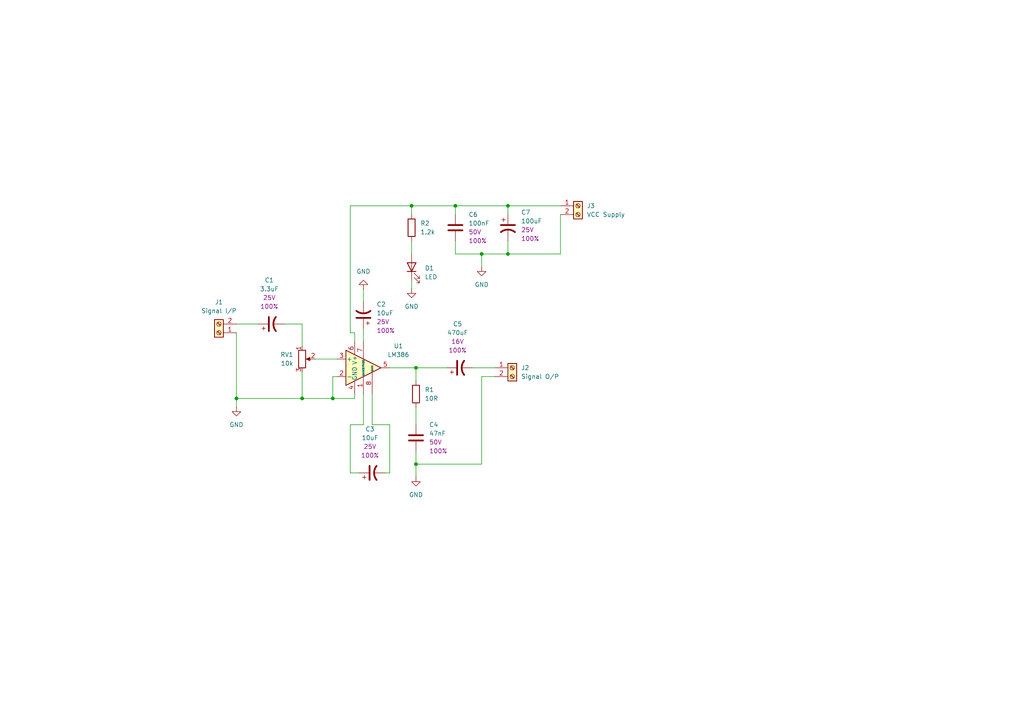
<source format=kicad_sch>
(kicad_sch (version 20231120) (generator "eeschema") (generator_version "8.0")
  (paper "A4")
  (lib_symbols
    (symbol "Amplifier_Audio:LM386" (pin_names (offset 0.127))
      (property "Reference" "U" (at 1.27 7.62 0))
      (property "Value" "LM386" (at 1.27 5.08 0))
      (symbol "LM386_0_1"
        (polyline (pts (xy 5.08 0) (xy -5.08 5.08) (xy -5.08 -5.08) (xy 5.08 0)) (stroke (width 0.254)) (fill (type background)))
      )
      (symbol "LM386_1_1"
        (pin input line (at 0 -7.62 90) (length 5.08) (name "GAIN") (number "1"))
        (pin input line (at -7.62 -2.54 0) (length 2.54) (name "-") (number "2"))
        (pin input line (at -7.62 2.54 0) (length 2.54) (name "+") (number "3"))
        (pin power_in line (at -2.54 -7.62 90) (length 3.81) (name "GND") (number "4"))
        (pin output line (at 7.62 0 180) (length 2.54) (name "~") (number "5"))
        (pin power_in line (at -2.54 7.62 270) (length 3.81) (name "V+") (number "6"))
        (pin input line (at 0 7.62 270) (length 5.08) (name "BYPASS") (number "7"))
        (pin input line (at 2.54 -7.62 90) (length 6.35) (name "GAIN") (number "8"))
      )
    )
    (symbol "Device:R" (pin_numbers hide) (pin_names (offset 0))
      (property "Reference" "R" (at 2.032 0 90))
      (property "Value" "R" (at 0 0 90))
      (symbol "R_0_1"
        (rectangle (start -1.016 -2.54) (end 1.016 2.54) (stroke (width 0.254)))
      )
      (symbol "R_1_1"
        (pin passive line (at 0 3.81 270) (length 1.27) (name "~") (number "1"))
        (pin passive line (at 0 -3.81 90) (length 1.27) (name "~") (number "2"))
      )
    )
    (symbol "Device:R_Potentiometer" (pin_names (offset 1.016) hide)
      (property "Reference" "RV" (at -4.445 0 90))
      (property "Value" "R_Potentiometer" (at -2.54 0 90))
      (symbol "R_Potentiometer_0_1"
        (polyline (pts (xy 2.54 0) (xy 1.524 0)))
        (polyline (pts (xy 1.143 0) (xy 2.286 0.508) (xy 2.286 -0.508) (xy 1.143 0)) (fill (type outline)))
        (rectangle (start 1.016 2.54) (end -1.016 -2.54) (stroke (width 0.254)))
      )
      (symbol "R_Potentiometer_1_1"
        (pin passive line (at 0 3.81 270) (length 1.27) (name "1") (number "1"))
        (pin passive line (at 3.81 0 180) (length 1.27) (name "2") (number "2"))
        (pin passive line (at 0 -3.81 90) (length 1.27) (name "3") (number "3"))
      )
    )
    (symbol "SparkFun-Capacitor:C" (pin_numbers hide) (pin_names (offset 0.254))
      (property "Reference" "C" (at 0.635 2.54 0))
      (property "Value" "C" (at 0.635 -2.54 0))
      (property "Voltage" "1kV" (at 0 -6.35 0))
      (property "Tolerance" "100%" (at 0 -8.89 0))
      (symbol "C_0_1"
        (polyline (pts (xy -2.032 -0.762) (xy 2.032 -0.762)) (stroke (width 0.508)))
        (polyline (pts (xy -2.032 0.762) (xy 2.032 0.762)) (stroke (width 0.508)))
      )
      (symbol "C_1_1"
        (pin passive line (at 0 3.81 270) (length 2.794) (name "~") (number "1"))
        (pin passive line (at 0 -3.81 90) (length 2.794) (name "~") (number "2"))
      )
    )
    (symbol "SparkFun-Capacitor:C_Polarized" (pin_numbers hide) (pin_names (offset 0.254) hide)
      (property "Reference" "C" (at 0.635 2.54 0))
      (property "Value" "C_Polarized" (at 0.635 -2.54 0))
      (property "Voltage" "1kV" (at 0 -7.62 0))
      (property "Tolerance" "100%" (at 0 -10.16 0))
      (symbol "C_Polarized_0_1"
        (polyline (pts (xy -2.032 0.762) (xy 2.032 0.762)) (stroke (width 0.508)))
        (polyline (pts (xy -1.778 2.286) (xy -0.762 2.286)))
        (polyline (pts (xy -1.27 1.778) (xy -1.27 2.794)))
        (arc (start 2.032 -1.27) (mid 0 -0.5572) (end -2.032 -1.27) (stroke (width 0.508)))
      )
      (symbol "C_Polarized_1_1"
        (pin passive line (at 0 3.81 270) (length 2.794) (name "~") (number "1"))
        (pin passive line (at 0 -3.81 90) (length 3.302) (name "~") (number "2"))
      )
    )
    (symbol "SparkFun-Connector:Screw_Terminal_3.5mm_2" (pin_names (offset 1.016) hide)
      (property "Reference" "J" (at 0 3.81 0))
      (property "Value" "Screw_Terminal_3.5mm_2" (at 0 -3.81 0))
      (symbol "Screw_Terminal_3.5mm_2_1_1"
        (rectangle (start -1.27 2.54) (end 1.27 -2.54) (stroke (width 0.254)) (fill (type background)))
        (circle (center 0 -1.27) (radius 0.635) (stroke (width 0.1524)))
        (polyline (pts (xy -0.5334 -0.9398) (xy 0.3302 -1.778)) (stroke (width 0.1524)))
        (polyline (pts (xy -0.5334 1.6002) (xy 0.3302 0.762)) (stroke (width 0.1524)))
        (polyline (pts (xy -0.3556 -0.762) (xy 0.508 -1.6002)) (stroke (width 0.1524)))
        (polyline (pts (xy -0.3556 1.778) (xy 0.508 0.9398)) (stroke (width 0.1524)))
        (circle (center 0 1.27) (radius 0.635) (stroke (width 0.1524)))
        (pin passive line (at -5.08 1.27 0) (length 3.81) (name "Pin_1") (number "1"))
        (pin passive line (at -5.08 -1.27 0) (length 3.81) (name "Pin_2") (number "2"))
      )
    )
    (symbol "SparkFun-LED:LED" (pin_numbers hide) (pin_names (offset 1.016) hide)
      (property "Reference" "D" (at 0 2.54 0))
      (property "Value" "LED" (at 0 -2.54 0))
      (symbol "LED_0_1"
        (polyline (pts (xy -1.27 -1.27) (xy -1.27 1.27)) (stroke (width 0.254)))
        (polyline (pts (xy -1.27 0) (xy 1.27 0)))
        (polyline (pts (xy 1.27 -1.27) (xy 1.27 1.27) (xy -1.27 0) (xy 1.27 -1.27)) (stroke (width 0.254)))
        (polyline (pts (xy -3.048 -0.762) (xy -4.572 -2.286) (xy -3.81 -2.286) (xy -4.572 -2.286) (xy -4.572 -1.524)))
        (polyline (pts (xy -1.778 -0.762) (xy -3.302 -2.286) (xy -2.54 -2.286) (xy -3.302 -2.286) (xy -3.302 -1.524)))
      )
      (symbol "LED_1_1"
        (pin passive line (at -3.81 0 0) (length 2.54) (name "K") (number "1"))
        (pin passive line (at 3.81 0 180) (length 2.54) (name "A") (number "2"))
      )
    )
    (symbol "power:GND" (power) (pin_numbers hide) (pin_names (offset 0) hide)
      (property "Value" "GND" (at 0 -3.81 0))
      (symbol "GND_0_1"
        (polyline (pts (xy 0 0) (xy 0 -1.27) (xy 1.27 -1.27) (xy 0 -2.54) (xy -1.27 -1.27) (xy 0 -1.27)))
      )
      (symbol "GND_1_1"
        (pin power_in line (at 0 0 270) (length 0) (name "~") (number "1"))
      )
    )
  )
  (junction (at 139.7 73.66))
  (junction (at 96.52 115.57))
  (junction (at 132.08 59.69))
  (junction (at 87.63 115.57))
  (junction (at 120.65 106.68))
  (junction (at 147.32 73.66))
  (junction (at 147.32 59.69))
  (junction (at 119.38 59.69))
  (junction (at 68.58 115.57))
  (junction (at 120.65 134.62))
  (wire (pts (xy 162.56 62.23) (xy 162.56 73.66)))
  (wire (pts (xy 91.44 104.14) (xy 97.79 104.14)))
  (wire (pts (xy 132.08 59.69) (xy 119.38 59.69)))
  (wire (pts (xy 119.38 59.69) (xy 119.38 62.23)))
  (wire (pts (xy 102.87 114.3) (xy 102.87 115.57)))
  (wire (pts (xy 101.6 123.19) (xy 105.41 123.19)))
  (wire (pts (xy 132.08 59.69) (xy 132.08 62.23)))
  (wire (pts (xy 147.32 59.69) (xy 132.08 59.69)))
  (wire (pts (xy 104.14 137.16) (xy 101.6 137.16)))
  (wire (pts (xy 102.87 115.57) (xy 96.52 115.57)))
  (wire (pts (xy 107.95 114.3) (xy 107.95 123.19)))
  (wire (pts (xy 96.52 115.57) (xy 87.63 115.57)))
  (wire (pts (xy 119.38 69.85) (xy 119.38 73.66)))
  (wire (pts (xy 139.7 109.22) (xy 139.7 134.62)))
  (wire (pts (xy 147.32 59.69) (xy 147.32 62.23)))
  (wire (pts (xy 68.58 96.52) (xy 68.58 115.57)))
  (wire (pts (xy 107.95 123.19) (xy 113.03 123.19)))
  (wire (pts (xy 105.41 114.3) (xy 105.41 123.19)))
  (wire (pts (xy 120.65 130.81) (xy 120.65 134.62)))
  (wire (pts (xy 111.76 137.16) (xy 113.03 137.16)))
  (wire (pts (xy 87.63 107.95) (xy 87.63 115.57)))
  (wire (pts (xy 68.58 93.98) (xy 74.93 93.98)))
  (wire (pts (xy 162.56 59.69) (xy 147.32 59.69)))
  (wire (pts (xy 120.65 106.68) (xy 129.54 106.68)))
  (wire (pts (xy 96.52 109.22) (xy 96.52 115.57)))
  (wire (pts (xy 137.16 106.68) (xy 143.51 106.68)))
  (wire (pts (xy 87.63 100.33) (xy 87.63 93.98)))
  (wire (pts (xy 147.32 69.85) (xy 147.32 73.66)))
  (wire (pts (xy 101.6 137.16) (xy 101.6 123.19)))
  (wire (pts (xy 113.03 106.68) (xy 120.65 106.68)))
  (wire (pts (xy 97.79 109.22) (xy 96.52 109.22)))
  (wire (pts (xy 102.87 99.06) (xy 102.87 96.52)))
  (wire (pts (xy 139.7 73.66) (xy 139.7 77.47)))
  (wire (pts (xy 147.32 73.66) (xy 162.56 73.66)))
  (wire (pts (xy 101.6 59.69) (xy 119.38 59.69)))
  (wire (pts (xy 120.65 118.11) (xy 120.65 123.19)))
  (wire (pts (xy 102.87 96.52) (xy 101.6 96.52)))
  (wire (pts (xy 120.65 134.62) (xy 120.65 138.43)))
  (wire (pts (xy 132.08 73.66) (xy 139.7 73.66)))
  (wire (pts (xy 119.38 81.28) (xy 119.38 83.82)))
  (wire (pts (xy 132.08 69.85) (xy 132.08 73.66)))
  (wire (pts (xy 82.55 93.98) (xy 87.63 93.98)))
  (wire (pts (xy 139.7 73.66) (xy 147.32 73.66)))
  (wire (pts (xy 87.63 115.57) (xy 68.58 115.57)))
  (wire (pts (xy 143.51 109.22) (xy 139.7 109.22)))
  (wire (pts (xy 68.58 115.57) (xy 68.58 118.11)))
  (wire (pts (xy 105.41 95.25) (xy 105.41 99.06)))
  (wire (pts (xy 120.65 106.68) (xy 120.65 110.49)))
  (wire (pts (xy 105.41 83.82) (xy 105.41 87.63)))
  (wire (pts (xy 101.6 96.52) (xy 101.6 59.69)))
  (wire (pts (xy 120.65 134.62) (xy 139.7 134.62)))
  (wire (pts (xy 113.03 123.19) (xy 113.03 137.16)))
  (symbol (lib_id "power:GND") (at 119.38 83.82 0) (unit 1)
    (property "Reference" "#PWR03" (effects (hide yes)))
    (property "Value" "GND" (at 119.38 88.9 0))
    (property "Description" "Power symbol creates a global label with name \"GND\" , ground" (effects (hide yes)))
  )
  (symbol (lib_id "Device:R") (at 119.38 66.04 0) (unit 1)
    (property "Reference" "R2" (at 121.92 64.7699 0) (effects (justify left)))
    (property "Value" "1.2k" (at 121.92 67.3099 0) (effects (justify left)))
    (property "Footprint" "Resistor_THT:R_Axial_DIN0207_L6.3mm_D2.5mm_P7.62mm_Horizontal" (effects (hide yes)))
    (property "Description" "Resistor" (effects (hide yes)))
  )
  (symbol (lib_id "SparkFun-Capacitor:C_Polarized") (at 107.95 137.16 90) (unit 1)
    (property "Reference" "C3" (at 107.315 124.46 90))
    (property "Value" "10uF" (at 107.315 127 90))
    (property "Footprint" "Capacitor_THT:CP_Radial_D5.0mm_P2.50mm" (effects (hide yes)))
    (property "Datasheet" "https://cdn.sparkfun.com/assets/8/a/4/a/5/Kemet_Capacitor_Datasheet.pdf" (effects (hide yes)))
    (property "Description" "Polarized capacitor, US symbol" (effects (hide yes)))
    (property "PROD_ID" "CAP-00000" (effects (hide yes)))
    (property "Voltage" "25V" (at 107.315 129.54 90))
    (property "Tolerance" "100%" (at 107.315 132.08 90))
  )
  (symbol (lib_id "SparkFun-Connector:Screw_Terminal_3.5mm_2") (at 167.64 60.96 0) (unit 1)
    (property "Reference" "J3" (at 170.18 59.6899 0) (effects (justify left)))
    (property "Value" "VCC Supply" (at 170.18 62.2299 0) (effects (justify left)))
    (property "Footprint" "TerminalBlock_Phoenix:TerminalBlock_Phoenix_PT-1,5-2-3.5-H_1x02_P3.50mm_Horizontal" (effects (hide yes)))
    (property "Datasheet" "https://cdn.sparkfun.com/assets/8/5/e/4/d/ASS_4091_CO.pdf" (effects (hide yes)))
    (property "Description" "Generic screw terminal, single row," (effects (hide yes)))
    (property "PROD_ID" "CONN-08399" (effects (hide yes)))
  )
  (symbol (lib_id "SparkFun-Connector:Screw_Terminal_3.5mm_2") (at 148.59 107.95 0) (unit 1)
    (property "Reference" "J2" (at 151.13 106.6799 0) (effects (justify left)))
    (property "Value" "Signal O/P" (at 151.13 109.2199 0) (effects (justify left)))
    (property "Footprint" "TerminalBlock_Phoenix:TerminalBlock_Phoenix_PT-1,5-2-3.5-H_1x02_P3.50mm_Horizontal" (effects (hide yes)))
    (property "Datasheet" "https://cdn.sparkfun.com/assets/8/5/e/4/d/ASS_4091_CO.pdf" (effects (hide yes)))
    (property "Description" "Generic screw terminal, single row," (effects (hide yes)))
    (property "PROD_ID" "CONN-08399" (effects (hide yes)))
  )
  (symbol (lib_id "SparkFun-Capacitor:C_Polarized") (at 105.41 91.44 180) (unit 1)
    (property "Reference" "C2" (at 109.22 88.2649 0) (effects (justify right)))
    (property "Value" "10uF" (at 109.22 90.8049 0) (effects (justify right)))
    (property "Footprint" "Capacitor_THT:CP_Radial_D5.0mm_P2.50mm" (effects (hide yes)))
    (property "Datasheet" "https://cdn.sparkfun.com/assets/8/a/4/a/5/Kemet_Capacitor_Datasheet.pdf" (effects (hide yes)))
    (property "Description" "Polarized capacitor, US symbol" (effects (hide yes)))
    (property "PROD_ID" "CAP-00000" (effects (hide yes)))
    (property "Voltage" "25V" (at 109.22 93.3449 0) (effects (justify right)))
    (property "Tolerance" "100%" (at 109.22 95.8849 0) (effects (justify right)))
  )
  (symbol (lib_id "power:GND") (at 68.58 118.11 0) (unit 1)
    (property "Reference" "#PWR04" (effects (hide yes)))
    (property "Value" "GND" (at 68.58 123.19 0))
    (property "Description" "Power symbol creates a global label with name \"GND\" , ground" (effects (hide yes)))
  )
  (symbol (lib_id "SparkFun-Connector:Screw_Terminal_3.5mm_2") (at 63.5 95.25 180) (unit 1)
    (property "Reference" "J1" (at 63.5 87.63 0))
    (property "Value" "Signal I/P" (at 63.5 90.17 0))
    (property "Footprint" "TerminalBlock_Phoenix:TerminalBlock_Phoenix_PT-1,5-2-3.5-H_1x02_P3.50mm_Horizontal" (effects (hide yes)))
    (property "Datasheet" "https://cdn.sparkfun.com/assets/8/5/e/4/d/ASS_4091_CO.pdf" (effects (hide yes)))
    (property "Description" "Generic screw terminal, single row," (effects (hide yes)))
    (property "PROD_ID" "CONN-08399" (effects (hide yes)))
  )
  (symbol (lib_id "Device:R") (at 120.65 114.3 0) (unit 1)
    (property "Reference" "R1" (at 123.19 113.0299 0) (effects (justify left)))
    (property "Value" "10R" (at 123.19 115.5699 0) (effects (justify left)))
    (property "Footprint" "Resistor_THT:R_Axial_DIN0207_L6.3mm_D2.5mm_P7.62mm_Horizontal" (effects (hide yes)))
    (property "Description" "Resistor" (effects (hide yes)))
  )
  (symbol (lib_id "Amplifier_Audio:LM386") (at 105.41 106.68 0) (unit 1)
    (property "Reference" "U1" (at 115.57 100.3614 0))
    (property "Value" "LM386" (at 115.57 102.9014 0))
    (property "Footprint" "Package_DIP:DIP-8_W7.62mm_Socket" (effects (hide yes)))
    (property "Datasheet" "http://www.ti.com/lit/ds/symlink/lm386.pdf" (effects (hide yes)))
    (property "Description" "Low Voltage Audio Power Amplifier, DIP-8/SOIC-8/SSOP-8" (effects (hide yes)))
  )
  (symbol (lib_id "SparkFun-Capacitor:C_Polarized") (at 147.32 66.04 0) (unit 1)
    (property "Reference" "C7" (at 151.13 61.5949 0) (effects (justify left)))
    (property "Value" "100uF" (at 151.13 64.1349 0) (effects (justify left)))
    (property "Footprint" "Capacitor_THT:CP_Radial_D6.3mm_P2.50mm" (effects (hide yes)))
    (property "Datasheet" "https://cdn.sparkfun.com/assets/8/a/4/a/5/Kemet_Capacitor_Datasheet.pdf" (effects (hide yes)))
    (property "Description" "Polarized capacitor, US symbol" (effects (hide yes)))
    (property "PROD_ID" "CAP-00000" (effects (hide yes)))
    (property "Voltage" "25V" (at 151.13 66.6749 0) (effects (justify left)))
    (property "Tolerance" "100%" (at 151.13 69.2149 0) (effects (justify left)))
  )
  (symbol (lib_id "SparkFun-Capacitor:C") (at 132.08 66.04 0) (unit 1)
    (property "Reference" "C6" (at 135.89 62.2299 0) (effects (justify left)))
    (property "Value" "100nF" (at 135.89 64.7699 0) (effects (justify left)))
    (property "Footprint" "Capacitor_THT:C_Disc_D5.0mm_W2.5mm_P5.00mm" (effects (hide yes)))
    (property "Datasheet" "https://cdn.sparkfun.com/assets/8/a/4/a/5/Kemet_Capacitor_Datasheet.pdf" (effects (hide yes)))
    (property "Description" "Unpolarized capacitor" (effects (hide yes)))
    (property "PROD_ID" "CAP-00000" (effects (hide yes)))
    (property "Voltage" "50V" (at 135.89 67.3099 0) (effects (justify left)))
    (property "Tolerance" "100%" (at 135.89 69.8499 0) (effects (justify left)))
  )
  (symbol (lib_id "power:GND") (at 105.41 83.82 180) (unit 1)
    (property "Reference" "#PWR05" (effects (hide yes)))
    (property "Value" "GND" (at 105.41 78.74 0))
    (property "Description" "Power symbol creates a global label with name \"GND\" , ground" (effects (hide yes)))
  )
  (symbol (lib_id "power:GND") (at 120.65 138.43 0) (unit 1)
    (property "Reference" "#PWR01" (effects (hide yes)))
    (property "Value" "GND" (at 120.65 143.51 0))
    (property "Description" "Power symbol creates a global label with name \"GND\" , ground" (effects (hide yes)))
  )
  (symbol (lib_id "SparkFun-LED:LED") (at 119.38 77.47 90) (unit 1)
    (property "Reference" "D1" (at 123.19 77.7874 90) (effects (justify right)))
    (property "Value" "LED" (at 123.19 80.3274 90) (effects (justify right)))
    (property "Footprint" "LED_THT:LED_D3.0mm" (effects (hide yes)))
    (property "Description" "Light emitting diode" (effects (hide yes)))
    (property "PROD_ID" "LED-" (effects (hide yes)))
  )
  (symbol (lib_id "SparkFun-Capacitor:C_Polarized") (at 133.35 106.68 90) (unit 1)
    (property "Reference" "C5" (at 132.715 93.98 90))
    (property "Value" "470uF" (at 132.715 96.52 90))
    (property "Footprint" "Capacitor_THT:CP_Radial_D8.0mm_P3.50mm" (effects (hide yes)))
    (property "Datasheet" "https://cdn.sparkfun.com/assets/8/a/4/a/5/Kemet_Capacitor_Datasheet.pdf" (effects (hide yes)))
    (property "Description" "Polarized capacitor, US symbol" (effects (hide yes)))
    (property "PROD_ID" "CAP-00000" (effects (hide yes)))
    (property "Voltage" "16V" (at 132.715 99.06 90))
    (property "Tolerance" "100%" (at 132.715 101.6 90))
  )
  (symbol (lib_id "SparkFun-Capacitor:C_Polarized") (at 78.74 93.98 90) (unit 1)
    (property "Reference" "C1" (at 78.105 81.28 90))
    (property "Value" "3.3uF" (at 78.105 83.82 90))
    (property "Footprint" "Capacitor_THT:CP_Radial_D5.0mm_P2.50mm" (effects (hide yes)))
    (property "Datasheet" "https://cdn.sparkfun.com/assets/8/a/4/a/5/Kemet_Capacitor_Datasheet.pdf" (effects (hide yes)))
    (property "Description" "Polarized capacitor, US symbol" (effects (hide yes)))
    (property "PROD_ID" "CAP-00000" (effects (hide yes)))
    (property "Voltage" "25V" (at 78.105 86.36 90))
    (property "Tolerance" "100%" (at 78.105 88.9 90))
  )
  (symbol (lib_id "Device:R_Potentiometer") (at 87.63 104.14 0) (unit 1)
    (property "Reference" "RV1" (at 85.09 102.8699 0) (effects (justify right)))
    (property "Value" "10k" (at 85.09 105.4099 0) (effects (justify right)))
    (property "Footprint" "Potentiometer_THT:Potentiometer_Piher_T-16H_Single_Horizontal" (effects (hide yes)))
    (property "Description" "Potentiometer" (effects (hide yes)))
  )
  (symbol (lib_id "SparkFun-Capacitor:C") (at 120.65 127 0) (unit 1)
    (property "Reference" "C4" (at 124.46 123.1899 0) (effects (justify left)))
    (property "Value" "47nF" (at 124.46 125.7299 0) (effects (justify left)))
    (property "Footprint" "Capacitor_THT:C_Disc_D5.0mm_W2.5mm_P5.00mm" (effects (hide yes)))
    (property "Datasheet" "https://cdn.sparkfun.com/assets/8/a/4/a/5/Kemet_Capacitor_Datasheet.pdf" (effects (hide yes)))
    (property "Description" "Unpolarized capacitor" (effects (hide yes)))
    (property "PROD_ID" "CAP-00000" (effects (hide yes)))
    (property "Voltage" "50V" (at 124.46 128.2699 0) (effects (justify left)))
    (property "Tolerance" "100%" (at 124.46 130.8099 0) (effects (justify left)))
  )
  (symbol (lib_id "power:GND") (at 139.7 77.47 0) (unit 1)
    (property "Reference" "#PWR02" (effects (hide yes)))
    (property "Value" "GND" (at 139.7 82.55 0))
    (property "Description" "Power symbol creates a global label with name \"GND\" , ground" (effects (hide yes)))
  )
)
</source>
